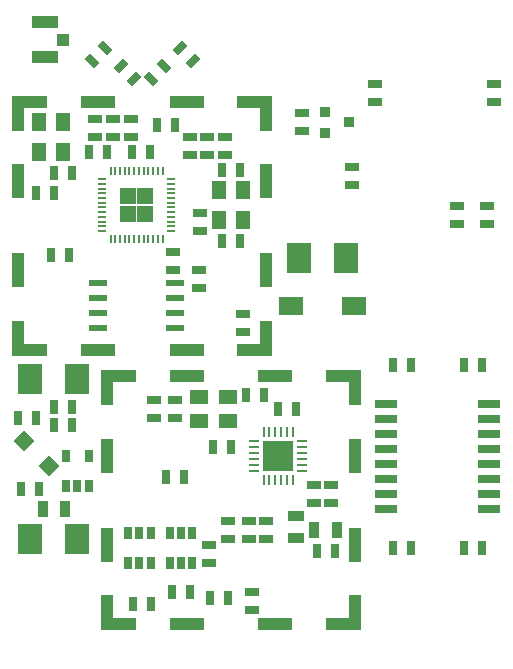
<source format=gbr>
%TF.GenerationSoftware,KiCad,Pcbnew,6.0.0*%
%TF.CreationDate,2022-05-21T22:27:12+02:00*%
%TF.ProjectId,cowdin-3b-esp32,636f7764-696e-42d3-9362-2d6573703332,1*%
%TF.SameCoordinates,Original*%
%TF.FileFunction,Paste,Top*%
%TF.FilePolarity,Positive*%
%FSLAX46Y46*%
G04 Gerber Fmt 4.6, Leading zero omitted, Abs format (unit mm)*
G04 Created by KiCad (PCBNEW 6.0.0) date 2022-05-21 22:27:12*
%MOMM*%
%LPD*%
G01*
G04 APERTURE LIST*
G04 Aperture macros list*
%AMRotRect*
0 Rectangle, with rotation*
0 The origin of the aperture is its center*
0 $1 length*
0 $2 width*
0 $3 Rotation angle, in degrees counterclockwise*
0 Add horizontal line*
21,1,$1,$2,0,0,$3*%
%AMFreePoly0*
4,1,17,2.417678,0.517678,2.425000,0.500000,2.425000,-0.500000,2.417678,-0.517678,2.400000,-0.525000,0.525000,-0.525000,0.525000,-2.400000,0.517678,-2.417678,0.500000,-2.425000,-0.500000,-2.425000,-0.517678,-2.417678,-0.525000,-2.400000,-0.525000,0.500000,-0.517678,0.517678,-0.500000,0.525000,2.400000,0.525000,2.417678,0.517678,2.417678,0.517678,$1*%
G04 Aperture macros list end*
%ADD10R,1.143000X0.635000*%
%ADD11R,0.635000X1.143000*%
%ADD12R,0.914400X0.914400*%
%ADD13R,1.200000X1.500000*%
%ADD14RotRect,0.635000X1.143000X315.000000*%
%ADD15RotRect,0.635000X1.143000X225.000000*%
%ADD16RotRect,0.635000X1.143000X135.000000*%
%ADD17R,0.889000X1.397000*%
%ADD18R,1.397000X0.889000*%
%ADD19FreePoly0,90.000000*%
%ADD20R,1.000000X2.900000*%
%ADD21FreePoly0,0.000000*%
%ADD22FreePoly0,180.000000*%
%ADD23R,2.900000X1.000000*%
%ADD24FreePoly0,270.000000*%
%ADD25R,2.200000X1.100000*%
%ADD26R,1.000000X1.000000*%
%ADD27R,0.900000X0.279400*%
%ADD28R,0.279400X0.900000*%
%ADD29R,2.600000X2.600000*%
%ADD30RotRect,1.300000X1.300000X225.000000*%
%ADD31R,1.500000X1.200000*%
%ADD32R,0.701040X1.000760*%
%ADD33R,2.000000X2.500000*%
%ADD34R,2.000000X1.500000*%
%ADD35R,0.200000X0.700000*%
%ADD36R,0.700000X0.200000*%
%ADD37R,1.450000X1.450000*%
%ADD38R,1.600000X0.550000*%
%ADD39R,1.899920X0.800100*%
%ADD40RotRect,0.635000X1.143000X45.000000*%
G04 APERTURE END LIST*
D10*
%TO.C,C21*%
X152000000Y-119738000D03*
X152000000Y-121262000D03*
%TD*%
D11*
%TO.C,C24*%
X158762000Y-109500000D03*
X157238000Y-109500000D03*
%TD*%
%TO.C,C33*%
X127012000Y-114000000D03*
X125488000Y-114000000D03*
%TD*%
D12*
%TO.C,Q1*%
X151484000Y-88111000D03*
X151484000Y-89889000D03*
X153516000Y-89000000D03*
%TD*%
D13*
%TO.C,X1*%
X144500000Y-97250000D03*
X144500000Y-94750000D03*
X142500000Y-94750000D03*
X142500000Y-97250000D03*
%TD*%
D14*
%TO.C,C8*%
X139211185Y-82711185D03*
X140288815Y-83788815D03*
%TD*%
D11*
%TO.C,C32*%
X127262000Y-120000000D03*
X125738000Y-120000000D03*
%TD*%
%TO.C,R23*%
X164762000Y-125000000D03*
X163238000Y-125000000D03*
%TD*%
%TO.C,C16*%
X128512000Y-95000000D03*
X126988000Y-95000000D03*
%TD*%
D10*
%TO.C,R19*%
X143250000Y-122738000D03*
X143250000Y-124262000D03*
%TD*%
D11*
%TO.C,C3*%
X144262000Y-99000000D03*
X142738000Y-99000000D03*
%TD*%
D10*
%TO.C,C39*%
X141650000Y-126262000D03*
X141650000Y-124738000D03*
%TD*%
%TO.C,R3*%
X144500000Y-105238000D03*
X144500000Y-106762000D03*
%TD*%
%TO.C,R6*%
X149500000Y-89762000D03*
X149500000Y-88238000D03*
%TD*%
D15*
%TO.C,C7*%
X132788815Y-82711185D03*
X131711185Y-83788815D03*
%TD*%
D10*
%TO.C,C38*%
X145250000Y-128738000D03*
X145250000Y-130262000D03*
%TD*%
D16*
%TO.C,L1*%
X135288815Y-85288815D03*
X134211185Y-84211185D03*
%TD*%
D11*
%TO.C,C2*%
X142738000Y-93000000D03*
X144262000Y-93000000D03*
%TD*%
%TO.C,C6*%
X137238000Y-89250000D03*
X138762000Y-89250000D03*
%TD*%
%TO.C,L4*%
X150738000Y-125250000D03*
X152262000Y-125250000D03*
%TD*%
D10*
%TO.C,R27*%
X145000000Y-124262000D03*
X145000000Y-122738000D03*
%TD*%
D11*
%TO.C,R8*%
X143262000Y-129250000D03*
X141738000Y-129250000D03*
%TD*%
D10*
%TO.C,R29*%
X165800000Y-87262000D03*
X165800000Y-85738000D03*
%TD*%
%TO.C,R2*%
X143000000Y-91762000D03*
X143000000Y-90238000D03*
%TD*%
D17*
%TO.C,C31*%
X127547500Y-121750000D03*
X129452500Y-121750000D03*
%TD*%
D11*
%TO.C,R21*%
X144738000Y-112100000D03*
X146262000Y-112100000D03*
%TD*%
D10*
%TO.C,C27*%
X146500000Y-122738000D03*
X146500000Y-124262000D03*
%TD*%
%TO.C,R5*%
X155700000Y-87262000D03*
X155700000Y-85738000D03*
%TD*%
%TO.C,R28*%
X137000000Y-112488000D03*
X137000000Y-114012000D03*
%TD*%
D18*
%TO.C,C23*%
X149000000Y-122297500D03*
X149000000Y-124202500D03*
%TD*%
D11*
%TO.C,R4*%
X128238000Y-100250000D03*
X129762000Y-100250000D03*
%TD*%
%TO.C,R24*%
X164762000Y-109500000D03*
X163238000Y-109500000D03*
%TD*%
D19*
%TO.C,SHLD1*%
X125500000Y-108250000D03*
D20*
X146500000Y-94000000D03*
D21*
X125500000Y-87250000D03*
D22*
X146500000Y-108250000D03*
D23*
X139750000Y-108250000D03*
D20*
X146500000Y-101500000D03*
D23*
X139750000Y-87250000D03*
X132250000Y-108250000D03*
D20*
X125500000Y-101500000D03*
D24*
X146500000Y-87250000D03*
D20*
X125500000Y-94000000D03*
D23*
X132250000Y-87250000D03*
%TD*%
D25*
%TO.C,A2*%
X127750000Y-80500000D03*
X127750000Y-83500000D03*
D26*
X129250000Y-82000000D03*
%TD*%
D27*
%TO.C,U3*%
X149550000Y-118500000D03*
X149550000Y-118000000D03*
X149550000Y-117500000D03*
X149550000Y-117000000D03*
X149550000Y-116500000D03*
X149550000Y-116000000D03*
D28*
X148750000Y-115200000D03*
X148250000Y-115200000D03*
X147750000Y-115200000D03*
X147250000Y-115200000D03*
X146750000Y-115200000D03*
X146250000Y-115200000D03*
D27*
X145450000Y-116000000D03*
X145450000Y-116500000D03*
X145450000Y-117000000D03*
X145450000Y-117500000D03*
X145450000Y-118000000D03*
X145450000Y-118500000D03*
D28*
X146250000Y-119300000D03*
X146750000Y-119300000D03*
X147250000Y-119300000D03*
X147750000Y-119300000D03*
X148250000Y-119300000D03*
X148750000Y-119300000D03*
D29*
X147500000Y-117250000D03*
%TD*%
D30*
%TO.C,L5*%
X128060000Y-118060000D03*
X125940000Y-115940000D03*
%TD*%
D11*
%TO.C,C34*%
X128488000Y-114600000D03*
X130012000Y-114600000D03*
%TD*%
D10*
%TO.C,C13*%
X138600000Y-99988000D03*
X138600000Y-101512000D03*
%TD*%
D13*
%TO.C,X2*%
X127250000Y-89000000D03*
X127250000Y-91500000D03*
X129250000Y-91500000D03*
X129250000Y-89000000D03*
%TD*%
D11*
%TO.C,C26*%
X143512000Y-116500000D03*
X141988000Y-116500000D03*
%TD*%
D31*
%TO.C,X3*%
X140750000Y-114250000D03*
X143250000Y-114250000D03*
X143250000Y-112250000D03*
X140750000Y-112250000D03*
%TD*%
D32*
%TO.C,U5*%
X136702500Y-123730000D03*
X135750000Y-123730000D03*
X134797500Y-123730000D03*
X134797500Y-126270000D03*
X135750000Y-126270000D03*
X136702500Y-126270000D03*
%TD*%
%TO.C,U6*%
X140202500Y-123730000D03*
X139250000Y-123730000D03*
X138297500Y-123730000D03*
X138297500Y-126270000D03*
X139250000Y-126270000D03*
X140202500Y-126270000D03*
%TD*%
D10*
%TO.C,C5*%
X141500000Y-91762000D03*
X141500000Y-90238000D03*
%TD*%
D33*
%TO.C,C30*%
X126500000Y-124250000D03*
X130500000Y-124250000D03*
%TD*%
D10*
%TO.C,C15*%
X140750000Y-103012000D03*
X140750000Y-101488000D03*
%TD*%
%TO.C,R10*%
X153750000Y-92738000D03*
X153750000Y-94262000D03*
%TD*%
%TO.C,C22*%
X150500000Y-119738000D03*
X150500000Y-121262000D03*
%TD*%
D32*
%TO.C,U4*%
X129547500Y-119770000D03*
X130500000Y-119770000D03*
X131452500Y-119770000D03*
X131452500Y-117230000D03*
X129547500Y-117230000D03*
%TD*%
D11*
%TO.C,R1*%
X131488000Y-91500000D03*
X133012000Y-91500000D03*
%TD*%
D34*
%TO.C,SW1*%
X153950000Y-104500000D03*
X148550000Y-104500000D03*
%TD*%
D10*
%TO.C,C11*%
X133500000Y-88738000D03*
X133500000Y-90262000D03*
%TD*%
%TO.C,C14*%
X140900000Y-96638000D03*
X140900000Y-98162000D03*
%TD*%
D11*
%TO.C,C25*%
X158762000Y-125000000D03*
X157238000Y-125000000D03*
%TD*%
D10*
%TO.C,L3*%
X135000000Y-88738000D03*
X135000000Y-90262000D03*
%TD*%
D33*
%TO.C,C37*%
X149250000Y-100500000D03*
X153250000Y-100500000D03*
%TD*%
D11*
%TO.C,C1*%
X130012000Y-93250000D03*
X128488000Y-93250000D03*
%TD*%
D23*
%TO.C,SHLD2*%
X147250000Y-131500000D03*
X139750000Y-131500000D03*
X147250000Y-110500000D03*
D20*
X154000000Y-124750000D03*
D21*
X133000000Y-110500000D03*
D20*
X133000000Y-124750000D03*
D22*
X154000000Y-131500000D03*
D20*
X133000000Y-117250000D03*
X154000000Y-117250000D03*
D23*
X139750000Y-110500000D03*
D19*
X133000000Y-131500000D03*
D24*
X154000000Y-110500000D03*
%TD*%
D10*
%TO.C,C4*%
X140000000Y-91762000D03*
X140000000Y-90238000D03*
%TD*%
D35*
%TO.C,U1*%
X137700000Y-93100000D03*
X137300000Y-93100000D03*
X136900000Y-93100000D03*
X136500000Y-93100000D03*
X136100000Y-93100000D03*
X135700000Y-93100000D03*
X135300000Y-93100000D03*
X134900000Y-93100000D03*
X134500000Y-93100000D03*
X134100000Y-93100000D03*
X133700000Y-93100000D03*
X133300000Y-93100000D03*
D36*
X132600000Y-93800000D03*
X132600000Y-94200000D03*
X132600000Y-94600000D03*
X132600000Y-95000000D03*
X132600000Y-95400000D03*
X132600000Y-95800000D03*
X132600000Y-96200000D03*
X132600000Y-96600000D03*
X132600000Y-97000000D03*
X132600000Y-97400000D03*
X132600000Y-97800000D03*
X132600000Y-98200000D03*
D35*
X133300000Y-98900000D03*
X133700000Y-98900000D03*
X134100000Y-98900000D03*
X134500000Y-98900000D03*
X134900000Y-98900000D03*
X135300000Y-98900000D03*
X135700000Y-98900000D03*
X136100000Y-98900000D03*
X136500000Y-98900000D03*
X136900000Y-98900000D03*
X137300000Y-98900000D03*
X137700000Y-98900000D03*
D36*
X138400000Y-98200000D03*
X138400000Y-97800000D03*
X138400000Y-97400000D03*
X138400000Y-97000000D03*
X138400000Y-96600000D03*
X138400000Y-96200000D03*
X138400000Y-95800000D03*
X138400000Y-95400000D03*
X138400000Y-95000000D03*
X138400000Y-94600000D03*
X138400000Y-94200000D03*
X138400000Y-93800000D03*
D37*
X134750000Y-95250000D03*
X134750000Y-96750000D03*
X136250000Y-95250000D03*
X136250000Y-96750000D03*
%TD*%
D11*
%TO.C,R22*%
X147488000Y-113250000D03*
X149012000Y-113250000D03*
%TD*%
%TO.C,C35*%
X128488000Y-113100000D03*
X130012000Y-113100000D03*
%TD*%
D38*
%TO.C,U2*%
X132250000Y-102595000D03*
X132250000Y-103865000D03*
X132250000Y-105135000D03*
X132250000Y-106405000D03*
X138750000Y-106405000D03*
X138750000Y-105135000D03*
X138750000Y-103865000D03*
X138750000Y-102595000D03*
%TD*%
D11*
%TO.C,C12*%
X136662000Y-91500000D03*
X135138000Y-91500000D03*
%TD*%
%TO.C,R7*%
X135238000Y-129750000D03*
X136762000Y-129750000D03*
%TD*%
%TO.C,R9*%
X140012000Y-128750000D03*
X138488000Y-128750000D03*
%TD*%
D33*
%TO.C,C36*%
X126500000Y-110750000D03*
X130500000Y-110750000D03*
%TD*%
D10*
%TO.C,R26*%
X165180000Y-96088000D03*
X165180000Y-97612000D03*
%TD*%
D17*
%TO.C,C20*%
X152452500Y-123500000D03*
X150547500Y-123500000D03*
%TD*%
D10*
%TO.C,R25*%
X162640000Y-96088000D03*
X162640000Y-97612000D03*
%TD*%
D11*
%TO.C,R18*%
X139512000Y-119000000D03*
X137988000Y-119000000D03*
%TD*%
D39*
%TO.C,T1*%
X156621040Y-112805000D03*
X156621040Y-114075000D03*
X156621040Y-115345000D03*
X156621040Y-116615000D03*
X156621040Y-117885000D03*
X156621040Y-119155000D03*
X156621040Y-120425000D03*
X156621040Y-121695000D03*
X165378960Y-121695000D03*
X165378960Y-120425000D03*
X165378960Y-119155000D03*
X165378960Y-117885000D03*
X165378960Y-116615000D03*
X165378960Y-115345000D03*
X165378960Y-114075000D03*
X165378960Y-112805000D03*
%TD*%
D10*
%TO.C,C28*%
X138750000Y-112488000D03*
X138750000Y-114012000D03*
%TD*%
%TO.C,C10*%
X132000000Y-88738000D03*
X132000000Y-90262000D03*
%TD*%
D40*
%TO.C,L2*%
X136711185Y-85288815D03*
X137788815Y-84211185D03*
%TD*%
M02*

</source>
